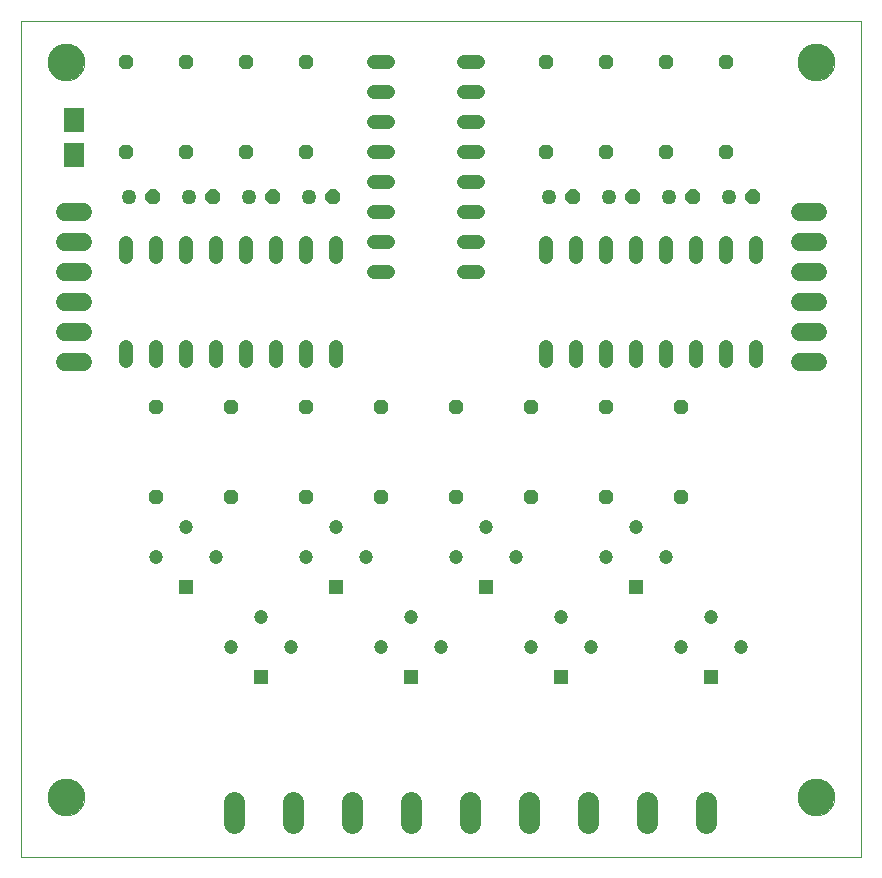
<source format=gts>
G75*
%MOIN*%
%OFA0B0*%
%FSLAX25Y25*%
%IPPOS*%
%LPD*%
%AMOC8*
5,1,8,0,0,1.08239X$1,22.5*
%
%ADD10C,0.00000*%
%ADD11C,0.12205*%
%ADD12C,0.04800*%
%ADD13R,0.04724X0.04724*%
%ADD14C,0.04724*%
%ADD15C,0.07050*%
%ADD16OC8,0.04800*%
%ADD17OC8,0.05000*%
%ADD18C,0.05000*%
%ADD19C,0.06000*%
%ADD20R,0.07087X0.08465*%
D10*
X0001600Y0012379D02*
X0001600Y0291080D01*
X0281521Y0291080D01*
X0281521Y0012379D01*
X0001600Y0012379D01*
X0010498Y0032379D02*
X0010500Y0032535D01*
X0010506Y0032691D01*
X0010516Y0032846D01*
X0010530Y0033001D01*
X0010548Y0033156D01*
X0010570Y0033310D01*
X0010595Y0033464D01*
X0010625Y0033617D01*
X0010659Y0033769D01*
X0010696Y0033921D01*
X0010737Y0034071D01*
X0010782Y0034220D01*
X0010831Y0034368D01*
X0010884Y0034515D01*
X0010940Y0034660D01*
X0011000Y0034804D01*
X0011064Y0034946D01*
X0011132Y0035087D01*
X0011203Y0035225D01*
X0011277Y0035362D01*
X0011355Y0035497D01*
X0011436Y0035630D01*
X0011521Y0035761D01*
X0011609Y0035890D01*
X0011700Y0036016D01*
X0011795Y0036140D01*
X0011892Y0036261D01*
X0011993Y0036380D01*
X0012097Y0036497D01*
X0012203Y0036610D01*
X0012313Y0036721D01*
X0012425Y0036829D01*
X0012540Y0036934D01*
X0012658Y0037037D01*
X0012778Y0037136D01*
X0012901Y0037232D01*
X0013026Y0037325D01*
X0013153Y0037414D01*
X0013283Y0037501D01*
X0013415Y0037584D01*
X0013549Y0037663D01*
X0013685Y0037740D01*
X0013823Y0037812D01*
X0013962Y0037882D01*
X0014104Y0037947D01*
X0014247Y0038009D01*
X0014391Y0038067D01*
X0014537Y0038122D01*
X0014685Y0038173D01*
X0014833Y0038220D01*
X0014983Y0038263D01*
X0015134Y0038302D01*
X0015286Y0038338D01*
X0015438Y0038369D01*
X0015592Y0038397D01*
X0015746Y0038421D01*
X0015900Y0038441D01*
X0016055Y0038457D01*
X0016211Y0038469D01*
X0016366Y0038477D01*
X0016522Y0038481D01*
X0016678Y0038481D01*
X0016834Y0038477D01*
X0016989Y0038469D01*
X0017145Y0038457D01*
X0017300Y0038441D01*
X0017454Y0038421D01*
X0017608Y0038397D01*
X0017762Y0038369D01*
X0017914Y0038338D01*
X0018066Y0038302D01*
X0018217Y0038263D01*
X0018367Y0038220D01*
X0018515Y0038173D01*
X0018663Y0038122D01*
X0018809Y0038067D01*
X0018953Y0038009D01*
X0019096Y0037947D01*
X0019238Y0037882D01*
X0019377Y0037812D01*
X0019515Y0037740D01*
X0019651Y0037663D01*
X0019785Y0037584D01*
X0019917Y0037501D01*
X0020047Y0037414D01*
X0020174Y0037325D01*
X0020299Y0037232D01*
X0020422Y0037136D01*
X0020542Y0037037D01*
X0020660Y0036934D01*
X0020775Y0036829D01*
X0020887Y0036721D01*
X0020997Y0036610D01*
X0021103Y0036497D01*
X0021207Y0036380D01*
X0021308Y0036261D01*
X0021405Y0036140D01*
X0021500Y0036016D01*
X0021591Y0035890D01*
X0021679Y0035761D01*
X0021764Y0035630D01*
X0021845Y0035497D01*
X0021923Y0035362D01*
X0021997Y0035225D01*
X0022068Y0035087D01*
X0022136Y0034946D01*
X0022200Y0034804D01*
X0022260Y0034660D01*
X0022316Y0034515D01*
X0022369Y0034368D01*
X0022418Y0034220D01*
X0022463Y0034071D01*
X0022504Y0033921D01*
X0022541Y0033769D01*
X0022575Y0033617D01*
X0022605Y0033464D01*
X0022630Y0033310D01*
X0022652Y0033156D01*
X0022670Y0033001D01*
X0022684Y0032846D01*
X0022694Y0032691D01*
X0022700Y0032535D01*
X0022702Y0032379D01*
X0022700Y0032223D01*
X0022694Y0032067D01*
X0022684Y0031912D01*
X0022670Y0031757D01*
X0022652Y0031602D01*
X0022630Y0031448D01*
X0022605Y0031294D01*
X0022575Y0031141D01*
X0022541Y0030989D01*
X0022504Y0030837D01*
X0022463Y0030687D01*
X0022418Y0030538D01*
X0022369Y0030390D01*
X0022316Y0030243D01*
X0022260Y0030098D01*
X0022200Y0029954D01*
X0022136Y0029812D01*
X0022068Y0029671D01*
X0021997Y0029533D01*
X0021923Y0029396D01*
X0021845Y0029261D01*
X0021764Y0029128D01*
X0021679Y0028997D01*
X0021591Y0028868D01*
X0021500Y0028742D01*
X0021405Y0028618D01*
X0021308Y0028497D01*
X0021207Y0028378D01*
X0021103Y0028261D01*
X0020997Y0028148D01*
X0020887Y0028037D01*
X0020775Y0027929D01*
X0020660Y0027824D01*
X0020542Y0027721D01*
X0020422Y0027622D01*
X0020299Y0027526D01*
X0020174Y0027433D01*
X0020047Y0027344D01*
X0019917Y0027257D01*
X0019785Y0027174D01*
X0019651Y0027095D01*
X0019515Y0027018D01*
X0019377Y0026946D01*
X0019238Y0026876D01*
X0019096Y0026811D01*
X0018953Y0026749D01*
X0018809Y0026691D01*
X0018663Y0026636D01*
X0018515Y0026585D01*
X0018367Y0026538D01*
X0018217Y0026495D01*
X0018066Y0026456D01*
X0017914Y0026420D01*
X0017762Y0026389D01*
X0017608Y0026361D01*
X0017454Y0026337D01*
X0017300Y0026317D01*
X0017145Y0026301D01*
X0016989Y0026289D01*
X0016834Y0026281D01*
X0016678Y0026277D01*
X0016522Y0026277D01*
X0016366Y0026281D01*
X0016211Y0026289D01*
X0016055Y0026301D01*
X0015900Y0026317D01*
X0015746Y0026337D01*
X0015592Y0026361D01*
X0015438Y0026389D01*
X0015286Y0026420D01*
X0015134Y0026456D01*
X0014983Y0026495D01*
X0014833Y0026538D01*
X0014685Y0026585D01*
X0014537Y0026636D01*
X0014391Y0026691D01*
X0014247Y0026749D01*
X0014104Y0026811D01*
X0013962Y0026876D01*
X0013823Y0026946D01*
X0013685Y0027018D01*
X0013549Y0027095D01*
X0013415Y0027174D01*
X0013283Y0027257D01*
X0013153Y0027344D01*
X0013026Y0027433D01*
X0012901Y0027526D01*
X0012778Y0027622D01*
X0012658Y0027721D01*
X0012540Y0027824D01*
X0012425Y0027929D01*
X0012313Y0028037D01*
X0012203Y0028148D01*
X0012097Y0028261D01*
X0011993Y0028378D01*
X0011892Y0028497D01*
X0011795Y0028618D01*
X0011700Y0028742D01*
X0011609Y0028868D01*
X0011521Y0028997D01*
X0011436Y0029128D01*
X0011355Y0029261D01*
X0011277Y0029396D01*
X0011203Y0029533D01*
X0011132Y0029671D01*
X0011064Y0029812D01*
X0011000Y0029954D01*
X0010940Y0030098D01*
X0010884Y0030243D01*
X0010831Y0030390D01*
X0010782Y0030538D01*
X0010737Y0030687D01*
X0010696Y0030837D01*
X0010659Y0030989D01*
X0010625Y0031141D01*
X0010595Y0031294D01*
X0010570Y0031448D01*
X0010548Y0031602D01*
X0010530Y0031757D01*
X0010516Y0031912D01*
X0010506Y0032067D01*
X0010500Y0032223D01*
X0010498Y0032379D01*
X0010498Y0277379D02*
X0010500Y0277535D01*
X0010506Y0277691D01*
X0010516Y0277846D01*
X0010530Y0278001D01*
X0010548Y0278156D01*
X0010570Y0278310D01*
X0010595Y0278464D01*
X0010625Y0278617D01*
X0010659Y0278769D01*
X0010696Y0278921D01*
X0010737Y0279071D01*
X0010782Y0279220D01*
X0010831Y0279368D01*
X0010884Y0279515D01*
X0010940Y0279660D01*
X0011000Y0279804D01*
X0011064Y0279946D01*
X0011132Y0280087D01*
X0011203Y0280225D01*
X0011277Y0280362D01*
X0011355Y0280497D01*
X0011436Y0280630D01*
X0011521Y0280761D01*
X0011609Y0280890D01*
X0011700Y0281016D01*
X0011795Y0281140D01*
X0011892Y0281261D01*
X0011993Y0281380D01*
X0012097Y0281497D01*
X0012203Y0281610D01*
X0012313Y0281721D01*
X0012425Y0281829D01*
X0012540Y0281934D01*
X0012658Y0282037D01*
X0012778Y0282136D01*
X0012901Y0282232D01*
X0013026Y0282325D01*
X0013153Y0282414D01*
X0013283Y0282501D01*
X0013415Y0282584D01*
X0013549Y0282663D01*
X0013685Y0282740D01*
X0013823Y0282812D01*
X0013962Y0282882D01*
X0014104Y0282947D01*
X0014247Y0283009D01*
X0014391Y0283067D01*
X0014537Y0283122D01*
X0014685Y0283173D01*
X0014833Y0283220D01*
X0014983Y0283263D01*
X0015134Y0283302D01*
X0015286Y0283338D01*
X0015438Y0283369D01*
X0015592Y0283397D01*
X0015746Y0283421D01*
X0015900Y0283441D01*
X0016055Y0283457D01*
X0016211Y0283469D01*
X0016366Y0283477D01*
X0016522Y0283481D01*
X0016678Y0283481D01*
X0016834Y0283477D01*
X0016989Y0283469D01*
X0017145Y0283457D01*
X0017300Y0283441D01*
X0017454Y0283421D01*
X0017608Y0283397D01*
X0017762Y0283369D01*
X0017914Y0283338D01*
X0018066Y0283302D01*
X0018217Y0283263D01*
X0018367Y0283220D01*
X0018515Y0283173D01*
X0018663Y0283122D01*
X0018809Y0283067D01*
X0018953Y0283009D01*
X0019096Y0282947D01*
X0019238Y0282882D01*
X0019377Y0282812D01*
X0019515Y0282740D01*
X0019651Y0282663D01*
X0019785Y0282584D01*
X0019917Y0282501D01*
X0020047Y0282414D01*
X0020174Y0282325D01*
X0020299Y0282232D01*
X0020422Y0282136D01*
X0020542Y0282037D01*
X0020660Y0281934D01*
X0020775Y0281829D01*
X0020887Y0281721D01*
X0020997Y0281610D01*
X0021103Y0281497D01*
X0021207Y0281380D01*
X0021308Y0281261D01*
X0021405Y0281140D01*
X0021500Y0281016D01*
X0021591Y0280890D01*
X0021679Y0280761D01*
X0021764Y0280630D01*
X0021845Y0280497D01*
X0021923Y0280362D01*
X0021997Y0280225D01*
X0022068Y0280087D01*
X0022136Y0279946D01*
X0022200Y0279804D01*
X0022260Y0279660D01*
X0022316Y0279515D01*
X0022369Y0279368D01*
X0022418Y0279220D01*
X0022463Y0279071D01*
X0022504Y0278921D01*
X0022541Y0278769D01*
X0022575Y0278617D01*
X0022605Y0278464D01*
X0022630Y0278310D01*
X0022652Y0278156D01*
X0022670Y0278001D01*
X0022684Y0277846D01*
X0022694Y0277691D01*
X0022700Y0277535D01*
X0022702Y0277379D01*
X0022700Y0277223D01*
X0022694Y0277067D01*
X0022684Y0276912D01*
X0022670Y0276757D01*
X0022652Y0276602D01*
X0022630Y0276448D01*
X0022605Y0276294D01*
X0022575Y0276141D01*
X0022541Y0275989D01*
X0022504Y0275837D01*
X0022463Y0275687D01*
X0022418Y0275538D01*
X0022369Y0275390D01*
X0022316Y0275243D01*
X0022260Y0275098D01*
X0022200Y0274954D01*
X0022136Y0274812D01*
X0022068Y0274671D01*
X0021997Y0274533D01*
X0021923Y0274396D01*
X0021845Y0274261D01*
X0021764Y0274128D01*
X0021679Y0273997D01*
X0021591Y0273868D01*
X0021500Y0273742D01*
X0021405Y0273618D01*
X0021308Y0273497D01*
X0021207Y0273378D01*
X0021103Y0273261D01*
X0020997Y0273148D01*
X0020887Y0273037D01*
X0020775Y0272929D01*
X0020660Y0272824D01*
X0020542Y0272721D01*
X0020422Y0272622D01*
X0020299Y0272526D01*
X0020174Y0272433D01*
X0020047Y0272344D01*
X0019917Y0272257D01*
X0019785Y0272174D01*
X0019651Y0272095D01*
X0019515Y0272018D01*
X0019377Y0271946D01*
X0019238Y0271876D01*
X0019096Y0271811D01*
X0018953Y0271749D01*
X0018809Y0271691D01*
X0018663Y0271636D01*
X0018515Y0271585D01*
X0018367Y0271538D01*
X0018217Y0271495D01*
X0018066Y0271456D01*
X0017914Y0271420D01*
X0017762Y0271389D01*
X0017608Y0271361D01*
X0017454Y0271337D01*
X0017300Y0271317D01*
X0017145Y0271301D01*
X0016989Y0271289D01*
X0016834Y0271281D01*
X0016678Y0271277D01*
X0016522Y0271277D01*
X0016366Y0271281D01*
X0016211Y0271289D01*
X0016055Y0271301D01*
X0015900Y0271317D01*
X0015746Y0271337D01*
X0015592Y0271361D01*
X0015438Y0271389D01*
X0015286Y0271420D01*
X0015134Y0271456D01*
X0014983Y0271495D01*
X0014833Y0271538D01*
X0014685Y0271585D01*
X0014537Y0271636D01*
X0014391Y0271691D01*
X0014247Y0271749D01*
X0014104Y0271811D01*
X0013962Y0271876D01*
X0013823Y0271946D01*
X0013685Y0272018D01*
X0013549Y0272095D01*
X0013415Y0272174D01*
X0013283Y0272257D01*
X0013153Y0272344D01*
X0013026Y0272433D01*
X0012901Y0272526D01*
X0012778Y0272622D01*
X0012658Y0272721D01*
X0012540Y0272824D01*
X0012425Y0272929D01*
X0012313Y0273037D01*
X0012203Y0273148D01*
X0012097Y0273261D01*
X0011993Y0273378D01*
X0011892Y0273497D01*
X0011795Y0273618D01*
X0011700Y0273742D01*
X0011609Y0273868D01*
X0011521Y0273997D01*
X0011436Y0274128D01*
X0011355Y0274261D01*
X0011277Y0274396D01*
X0011203Y0274533D01*
X0011132Y0274671D01*
X0011064Y0274812D01*
X0011000Y0274954D01*
X0010940Y0275098D01*
X0010884Y0275243D01*
X0010831Y0275390D01*
X0010782Y0275538D01*
X0010737Y0275687D01*
X0010696Y0275837D01*
X0010659Y0275989D01*
X0010625Y0276141D01*
X0010595Y0276294D01*
X0010570Y0276448D01*
X0010548Y0276602D01*
X0010530Y0276757D01*
X0010516Y0276912D01*
X0010506Y0277067D01*
X0010500Y0277223D01*
X0010498Y0277379D01*
X0260498Y0277379D02*
X0260500Y0277535D01*
X0260506Y0277691D01*
X0260516Y0277846D01*
X0260530Y0278001D01*
X0260548Y0278156D01*
X0260570Y0278310D01*
X0260595Y0278464D01*
X0260625Y0278617D01*
X0260659Y0278769D01*
X0260696Y0278921D01*
X0260737Y0279071D01*
X0260782Y0279220D01*
X0260831Y0279368D01*
X0260884Y0279515D01*
X0260940Y0279660D01*
X0261000Y0279804D01*
X0261064Y0279946D01*
X0261132Y0280087D01*
X0261203Y0280225D01*
X0261277Y0280362D01*
X0261355Y0280497D01*
X0261436Y0280630D01*
X0261521Y0280761D01*
X0261609Y0280890D01*
X0261700Y0281016D01*
X0261795Y0281140D01*
X0261892Y0281261D01*
X0261993Y0281380D01*
X0262097Y0281497D01*
X0262203Y0281610D01*
X0262313Y0281721D01*
X0262425Y0281829D01*
X0262540Y0281934D01*
X0262658Y0282037D01*
X0262778Y0282136D01*
X0262901Y0282232D01*
X0263026Y0282325D01*
X0263153Y0282414D01*
X0263283Y0282501D01*
X0263415Y0282584D01*
X0263549Y0282663D01*
X0263685Y0282740D01*
X0263823Y0282812D01*
X0263962Y0282882D01*
X0264104Y0282947D01*
X0264247Y0283009D01*
X0264391Y0283067D01*
X0264537Y0283122D01*
X0264685Y0283173D01*
X0264833Y0283220D01*
X0264983Y0283263D01*
X0265134Y0283302D01*
X0265286Y0283338D01*
X0265438Y0283369D01*
X0265592Y0283397D01*
X0265746Y0283421D01*
X0265900Y0283441D01*
X0266055Y0283457D01*
X0266211Y0283469D01*
X0266366Y0283477D01*
X0266522Y0283481D01*
X0266678Y0283481D01*
X0266834Y0283477D01*
X0266989Y0283469D01*
X0267145Y0283457D01*
X0267300Y0283441D01*
X0267454Y0283421D01*
X0267608Y0283397D01*
X0267762Y0283369D01*
X0267914Y0283338D01*
X0268066Y0283302D01*
X0268217Y0283263D01*
X0268367Y0283220D01*
X0268515Y0283173D01*
X0268663Y0283122D01*
X0268809Y0283067D01*
X0268953Y0283009D01*
X0269096Y0282947D01*
X0269238Y0282882D01*
X0269377Y0282812D01*
X0269515Y0282740D01*
X0269651Y0282663D01*
X0269785Y0282584D01*
X0269917Y0282501D01*
X0270047Y0282414D01*
X0270174Y0282325D01*
X0270299Y0282232D01*
X0270422Y0282136D01*
X0270542Y0282037D01*
X0270660Y0281934D01*
X0270775Y0281829D01*
X0270887Y0281721D01*
X0270997Y0281610D01*
X0271103Y0281497D01*
X0271207Y0281380D01*
X0271308Y0281261D01*
X0271405Y0281140D01*
X0271500Y0281016D01*
X0271591Y0280890D01*
X0271679Y0280761D01*
X0271764Y0280630D01*
X0271845Y0280497D01*
X0271923Y0280362D01*
X0271997Y0280225D01*
X0272068Y0280087D01*
X0272136Y0279946D01*
X0272200Y0279804D01*
X0272260Y0279660D01*
X0272316Y0279515D01*
X0272369Y0279368D01*
X0272418Y0279220D01*
X0272463Y0279071D01*
X0272504Y0278921D01*
X0272541Y0278769D01*
X0272575Y0278617D01*
X0272605Y0278464D01*
X0272630Y0278310D01*
X0272652Y0278156D01*
X0272670Y0278001D01*
X0272684Y0277846D01*
X0272694Y0277691D01*
X0272700Y0277535D01*
X0272702Y0277379D01*
X0272700Y0277223D01*
X0272694Y0277067D01*
X0272684Y0276912D01*
X0272670Y0276757D01*
X0272652Y0276602D01*
X0272630Y0276448D01*
X0272605Y0276294D01*
X0272575Y0276141D01*
X0272541Y0275989D01*
X0272504Y0275837D01*
X0272463Y0275687D01*
X0272418Y0275538D01*
X0272369Y0275390D01*
X0272316Y0275243D01*
X0272260Y0275098D01*
X0272200Y0274954D01*
X0272136Y0274812D01*
X0272068Y0274671D01*
X0271997Y0274533D01*
X0271923Y0274396D01*
X0271845Y0274261D01*
X0271764Y0274128D01*
X0271679Y0273997D01*
X0271591Y0273868D01*
X0271500Y0273742D01*
X0271405Y0273618D01*
X0271308Y0273497D01*
X0271207Y0273378D01*
X0271103Y0273261D01*
X0270997Y0273148D01*
X0270887Y0273037D01*
X0270775Y0272929D01*
X0270660Y0272824D01*
X0270542Y0272721D01*
X0270422Y0272622D01*
X0270299Y0272526D01*
X0270174Y0272433D01*
X0270047Y0272344D01*
X0269917Y0272257D01*
X0269785Y0272174D01*
X0269651Y0272095D01*
X0269515Y0272018D01*
X0269377Y0271946D01*
X0269238Y0271876D01*
X0269096Y0271811D01*
X0268953Y0271749D01*
X0268809Y0271691D01*
X0268663Y0271636D01*
X0268515Y0271585D01*
X0268367Y0271538D01*
X0268217Y0271495D01*
X0268066Y0271456D01*
X0267914Y0271420D01*
X0267762Y0271389D01*
X0267608Y0271361D01*
X0267454Y0271337D01*
X0267300Y0271317D01*
X0267145Y0271301D01*
X0266989Y0271289D01*
X0266834Y0271281D01*
X0266678Y0271277D01*
X0266522Y0271277D01*
X0266366Y0271281D01*
X0266211Y0271289D01*
X0266055Y0271301D01*
X0265900Y0271317D01*
X0265746Y0271337D01*
X0265592Y0271361D01*
X0265438Y0271389D01*
X0265286Y0271420D01*
X0265134Y0271456D01*
X0264983Y0271495D01*
X0264833Y0271538D01*
X0264685Y0271585D01*
X0264537Y0271636D01*
X0264391Y0271691D01*
X0264247Y0271749D01*
X0264104Y0271811D01*
X0263962Y0271876D01*
X0263823Y0271946D01*
X0263685Y0272018D01*
X0263549Y0272095D01*
X0263415Y0272174D01*
X0263283Y0272257D01*
X0263153Y0272344D01*
X0263026Y0272433D01*
X0262901Y0272526D01*
X0262778Y0272622D01*
X0262658Y0272721D01*
X0262540Y0272824D01*
X0262425Y0272929D01*
X0262313Y0273037D01*
X0262203Y0273148D01*
X0262097Y0273261D01*
X0261993Y0273378D01*
X0261892Y0273497D01*
X0261795Y0273618D01*
X0261700Y0273742D01*
X0261609Y0273868D01*
X0261521Y0273997D01*
X0261436Y0274128D01*
X0261355Y0274261D01*
X0261277Y0274396D01*
X0261203Y0274533D01*
X0261132Y0274671D01*
X0261064Y0274812D01*
X0261000Y0274954D01*
X0260940Y0275098D01*
X0260884Y0275243D01*
X0260831Y0275390D01*
X0260782Y0275538D01*
X0260737Y0275687D01*
X0260696Y0275837D01*
X0260659Y0275989D01*
X0260625Y0276141D01*
X0260595Y0276294D01*
X0260570Y0276448D01*
X0260548Y0276602D01*
X0260530Y0276757D01*
X0260516Y0276912D01*
X0260506Y0277067D01*
X0260500Y0277223D01*
X0260498Y0277379D01*
X0260498Y0032379D02*
X0260500Y0032535D01*
X0260506Y0032691D01*
X0260516Y0032846D01*
X0260530Y0033001D01*
X0260548Y0033156D01*
X0260570Y0033310D01*
X0260595Y0033464D01*
X0260625Y0033617D01*
X0260659Y0033769D01*
X0260696Y0033921D01*
X0260737Y0034071D01*
X0260782Y0034220D01*
X0260831Y0034368D01*
X0260884Y0034515D01*
X0260940Y0034660D01*
X0261000Y0034804D01*
X0261064Y0034946D01*
X0261132Y0035087D01*
X0261203Y0035225D01*
X0261277Y0035362D01*
X0261355Y0035497D01*
X0261436Y0035630D01*
X0261521Y0035761D01*
X0261609Y0035890D01*
X0261700Y0036016D01*
X0261795Y0036140D01*
X0261892Y0036261D01*
X0261993Y0036380D01*
X0262097Y0036497D01*
X0262203Y0036610D01*
X0262313Y0036721D01*
X0262425Y0036829D01*
X0262540Y0036934D01*
X0262658Y0037037D01*
X0262778Y0037136D01*
X0262901Y0037232D01*
X0263026Y0037325D01*
X0263153Y0037414D01*
X0263283Y0037501D01*
X0263415Y0037584D01*
X0263549Y0037663D01*
X0263685Y0037740D01*
X0263823Y0037812D01*
X0263962Y0037882D01*
X0264104Y0037947D01*
X0264247Y0038009D01*
X0264391Y0038067D01*
X0264537Y0038122D01*
X0264685Y0038173D01*
X0264833Y0038220D01*
X0264983Y0038263D01*
X0265134Y0038302D01*
X0265286Y0038338D01*
X0265438Y0038369D01*
X0265592Y0038397D01*
X0265746Y0038421D01*
X0265900Y0038441D01*
X0266055Y0038457D01*
X0266211Y0038469D01*
X0266366Y0038477D01*
X0266522Y0038481D01*
X0266678Y0038481D01*
X0266834Y0038477D01*
X0266989Y0038469D01*
X0267145Y0038457D01*
X0267300Y0038441D01*
X0267454Y0038421D01*
X0267608Y0038397D01*
X0267762Y0038369D01*
X0267914Y0038338D01*
X0268066Y0038302D01*
X0268217Y0038263D01*
X0268367Y0038220D01*
X0268515Y0038173D01*
X0268663Y0038122D01*
X0268809Y0038067D01*
X0268953Y0038009D01*
X0269096Y0037947D01*
X0269238Y0037882D01*
X0269377Y0037812D01*
X0269515Y0037740D01*
X0269651Y0037663D01*
X0269785Y0037584D01*
X0269917Y0037501D01*
X0270047Y0037414D01*
X0270174Y0037325D01*
X0270299Y0037232D01*
X0270422Y0037136D01*
X0270542Y0037037D01*
X0270660Y0036934D01*
X0270775Y0036829D01*
X0270887Y0036721D01*
X0270997Y0036610D01*
X0271103Y0036497D01*
X0271207Y0036380D01*
X0271308Y0036261D01*
X0271405Y0036140D01*
X0271500Y0036016D01*
X0271591Y0035890D01*
X0271679Y0035761D01*
X0271764Y0035630D01*
X0271845Y0035497D01*
X0271923Y0035362D01*
X0271997Y0035225D01*
X0272068Y0035087D01*
X0272136Y0034946D01*
X0272200Y0034804D01*
X0272260Y0034660D01*
X0272316Y0034515D01*
X0272369Y0034368D01*
X0272418Y0034220D01*
X0272463Y0034071D01*
X0272504Y0033921D01*
X0272541Y0033769D01*
X0272575Y0033617D01*
X0272605Y0033464D01*
X0272630Y0033310D01*
X0272652Y0033156D01*
X0272670Y0033001D01*
X0272684Y0032846D01*
X0272694Y0032691D01*
X0272700Y0032535D01*
X0272702Y0032379D01*
X0272700Y0032223D01*
X0272694Y0032067D01*
X0272684Y0031912D01*
X0272670Y0031757D01*
X0272652Y0031602D01*
X0272630Y0031448D01*
X0272605Y0031294D01*
X0272575Y0031141D01*
X0272541Y0030989D01*
X0272504Y0030837D01*
X0272463Y0030687D01*
X0272418Y0030538D01*
X0272369Y0030390D01*
X0272316Y0030243D01*
X0272260Y0030098D01*
X0272200Y0029954D01*
X0272136Y0029812D01*
X0272068Y0029671D01*
X0271997Y0029533D01*
X0271923Y0029396D01*
X0271845Y0029261D01*
X0271764Y0029128D01*
X0271679Y0028997D01*
X0271591Y0028868D01*
X0271500Y0028742D01*
X0271405Y0028618D01*
X0271308Y0028497D01*
X0271207Y0028378D01*
X0271103Y0028261D01*
X0270997Y0028148D01*
X0270887Y0028037D01*
X0270775Y0027929D01*
X0270660Y0027824D01*
X0270542Y0027721D01*
X0270422Y0027622D01*
X0270299Y0027526D01*
X0270174Y0027433D01*
X0270047Y0027344D01*
X0269917Y0027257D01*
X0269785Y0027174D01*
X0269651Y0027095D01*
X0269515Y0027018D01*
X0269377Y0026946D01*
X0269238Y0026876D01*
X0269096Y0026811D01*
X0268953Y0026749D01*
X0268809Y0026691D01*
X0268663Y0026636D01*
X0268515Y0026585D01*
X0268367Y0026538D01*
X0268217Y0026495D01*
X0268066Y0026456D01*
X0267914Y0026420D01*
X0267762Y0026389D01*
X0267608Y0026361D01*
X0267454Y0026337D01*
X0267300Y0026317D01*
X0267145Y0026301D01*
X0266989Y0026289D01*
X0266834Y0026281D01*
X0266678Y0026277D01*
X0266522Y0026277D01*
X0266366Y0026281D01*
X0266211Y0026289D01*
X0266055Y0026301D01*
X0265900Y0026317D01*
X0265746Y0026337D01*
X0265592Y0026361D01*
X0265438Y0026389D01*
X0265286Y0026420D01*
X0265134Y0026456D01*
X0264983Y0026495D01*
X0264833Y0026538D01*
X0264685Y0026585D01*
X0264537Y0026636D01*
X0264391Y0026691D01*
X0264247Y0026749D01*
X0264104Y0026811D01*
X0263962Y0026876D01*
X0263823Y0026946D01*
X0263685Y0027018D01*
X0263549Y0027095D01*
X0263415Y0027174D01*
X0263283Y0027257D01*
X0263153Y0027344D01*
X0263026Y0027433D01*
X0262901Y0027526D01*
X0262778Y0027622D01*
X0262658Y0027721D01*
X0262540Y0027824D01*
X0262425Y0027929D01*
X0262313Y0028037D01*
X0262203Y0028148D01*
X0262097Y0028261D01*
X0261993Y0028378D01*
X0261892Y0028497D01*
X0261795Y0028618D01*
X0261700Y0028742D01*
X0261609Y0028868D01*
X0261521Y0028997D01*
X0261436Y0029128D01*
X0261355Y0029261D01*
X0261277Y0029396D01*
X0261203Y0029533D01*
X0261132Y0029671D01*
X0261064Y0029812D01*
X0261000Y0029954D01*
X0260940Y0030098D01*
X0260884Y0030243D01*
X0260831Y0030390D01*
X0260782Y0030538D01*
X0260737Y0030687D01*
X0260696Y0030837D01*
X0260659Y0030989D01*
X0260625Y0031141D01*
X0260595Y0031294D01*
X0260570Y0031448D01*
X0260548Y0031602D01*
X0260530Y0031757D01*
X0260516Y0031912D01*
X0260506Y0032067D01*
X0260500Y0032223D01*
X0260498Y0032379D01*
D11*
X0266600Y0032379D03*
X0266600Y0277379D03*
X0016600Y0277379D03*
X0016600Y0032379D03*
D12*
X0036600Y0177579D02*
X0036600Y0182379D01*
X0046600Y0182379D02*
X0046600Y0177579D01*
X0056600Y0177579D02*
X0056600Y0182379D01*
X0066600Y0182379D02*
X0066600Y0177579D01*
X0076600Y0177579D02*
X0076600Y0182379D01*
X0086600Y0182379D02*
X0086600Y0177579D01*
X0096600Y0177579D02*
X0096600Y0182379D01*
X0106600Y0182379D02*
X0106600Y0177579D01*
X0119200Y0207379D02*
X0124000Y0207379D01*
X0124000Y0217379D02*
X0119200Y0217379D01*
X0119200Y0227379D02*
X0124000Y0227379D01*
X0124000Y0237379D02*
X0119200Y0237379D01*
X0119200Y0247379D02*
X0124000Y0247379D01*
X0124000Y0257379D02*
X0119200Y0257379D01*
X0119200Y0267379D02*
X0124000Y0267379D01*
X0124000Y0277379D02*
X0119200Y0277379D01*
X0149200Y0277379D02*
X0154000Y0277379D01*
X0154000Y0267379D02*
X0149200Y0267379D01*
X0149200Y0257379D02*
X0154000Y0257379D01*
X0154000Y0247379D02*
X0149200Y0247379D01*
X0149200Y0237379D02*
X0154000Y0237379D01*
X0154000Y0227379D02*
X0149200Y0227379D01*
X0149200Y0217379D02*
X0154000Y0217379D01*
X0154000Y0207379D02*
X0149200Y0207379D01*
X0176600Y0212379D02*
X0176600Y0217179D01*
X0186600Y0217179D02*
X0186600Y0212379D01*
X0196600Y0212379D02*
X0196600Y0217179D01*
X0206600Y0217179D02*
X0206600Y0212379D01*
X0216600Y0212379D02*
X0216600Y0217179D01*
X0226600Y0217179D02*
X0226600Y0212379D01*
X0236600Y0212379D02*
X0236600Y0217179D01*
X0246600Y0217179D02*
X0246600Y0212379D01*
X0246600Y0182379D02*
X0246600Y0177579D01*
X0236600Y0177579D02*
X0236600Y0182379D01*
X0226600Y0182379D02*
X0226600Y0177579D01*
X0216600Y0177579D02*
X0216600Y0182379D01*
X0206600Y0182379D02*
X0206600Y0177579D01*
X0196600Y0177579D02*
X0196600Y0182379D01*
X0186600Y0182379D02*
X0186600Y0177579D01*
X0176600Y0177579D02*
X0176600Y0182379D01*
X0106600Y0212379D02*
X0106600Y0217179D01*
X0096600Y0217179D02*
X0096600Y0212379D01*
X0086600Y0212379D02*
X0086600Y0217179D01*
X0076600Y0217179D02*
X0076600Y0212379D01*
X0066600Y0212379D02*
X0066600Y0217179D01*
X0056600Y0217179D02*
X0056600Y0212379D01*
X0046600Y0212379D02*
X0046600Y0217179D01*
X0036600Y0217179D02*
X0036600Y0212379D01*
D13*
X0056600Y0102339D03*
X0081600Y0072339D03*
X0106600Y0102339D03*
X0131600Y0072339D03*
X0156600Y0102339D03*
X0181600Y0072339D03*
X0206600Y0102339D03*
X0231600Y0072339D03*
D14*
X0221561Y0082379D03*
X0231600Y0092418D03*
X0241639Y0082379D03*
X0216639Y0112379D03*
X0206600Y0122418D03*
X0196561Y0112379D03*
X0181600Y0092418D03*
X0191639Y0082379D03*
X0171561Y0082379D03*
X0141639Y0082379D03*
X0131600Y0092418D03*
X0121561Y0082379D03*
X0091639Y0082379D03*
X0081600Y0092418D03*
X0071561Y0082379D03*
X0066639Y0112379D03*
X0056600Y0122418D03*
X0046561Y0112379D03*
X0096561Y0112379D03*
X0106600Y0122418D03*
X0116639Y0112379D03*
X0146561Y0112379D03*
X0156600Y0122418D03*
X0166639Y0112379D03*
D15*
X0170891Y0030825D02*
X0170891Y0023775D01*
X0151206Y0023775D02*
X0151206Y0030825D01*
X0131521Y0030825D02*
X0131521Y0023775D01*
X0111836Y0023775D02*
X0111836Y0030825D01*
X0092151Y0030825D02*
X0092151Y0023775D01*
X0072466Y0023775D02*
X0072466Y0030825D01*
X0190576Y0030825D02*
X0190576Y0023775D01*
X0210261Y0023775D02*
X0210261Y0030825D01*
X0229946Y0030825D02*
X0229946Y0023775D01*
D16*
X0221600Y0132379D03*
X0196600Y0132379D03*
X0171600Y0132379D03*
X0146600Y0132379D03*
X0121600Y0132379D03*
X0096600Y0132379D03*
X0071600Y0132379D03*
X0046600Y0132379D03*
X0046600Y0162379D03*
X0071600Y0162379D03*
X0096600Y0162379D03*
X0121600Y0162379D03*
X0146600Y0162379D03*
X0171600Y0162379D03*
X0196600Y0162379D03*
X0221600Y0162379D03*
X0216600Y0247379D03*
X0196600Y0247379D03*
X0176600Y0247379D03*
X0176600Y0277379D03*
X0196600Y0277379D03*
X0216600Y0277379D03*
X0236600Y0277379D03*
X0236600Y0247379D03*
X0096600Y0247379D03*
X0076600Y0247379D03*
X0056600Y0247379D03*
X0036600Y0247379D03*
X0036600Y0277379D03*
X0056600Y0277379D03*
X0076600Y0277379D03*
X0096600Y0277379D03*
D17*
X0105600Y0232379D03*
X0085600Y0232379D03*
X0065600Y0232379D03*
X0045600Y0232379D03*
X0185600Y0232379D03*
X0205600Y0232379D03*
X0225600Y0232379D03*
X0245600Y0232379D03*
D18*
X0237600Y0232379D03*
X0217600Y0232379D03*
X0197600Y0232379D03*
X0177600Y0232379D03*
X0097600Y0232379D03*
X0077600Y0232379D03*
X0057600Y0232379D03*
X0037600Y0232379D03*
D19*
X0022100Y0227379D02*
X0016100Y0227379D01*
X0016100Y0217379D02*
X0022100Y0217379D01*
X0022100Y0207379D02*
X0016100Y0207379D01*
X0016100Y0197379D02*
X0022100Y0197379D01*
X0022100Y0187379D02*
X0016100Y0187379D01*
X0016100Y0177379D02*
X0022100Y0177379D01*
X0261100Y0177379D02*
X0267100Y0177379D01*
X0267100Y0187379D02*
X0261100Y0187379D01*
X0261100Y0197379D02*
X0267100Y0197379D01*
X0267100Y0207379D02*
X0261100Y0207379D01*
X0261100Y0217379D02*
X0267100Y0217379D01*
X0267100Y0227379D02*
X0261100Y0227379D01*
D20*
X0019100Y0246572D03*
X0019100Y0258186D03*
M02*

</source>
